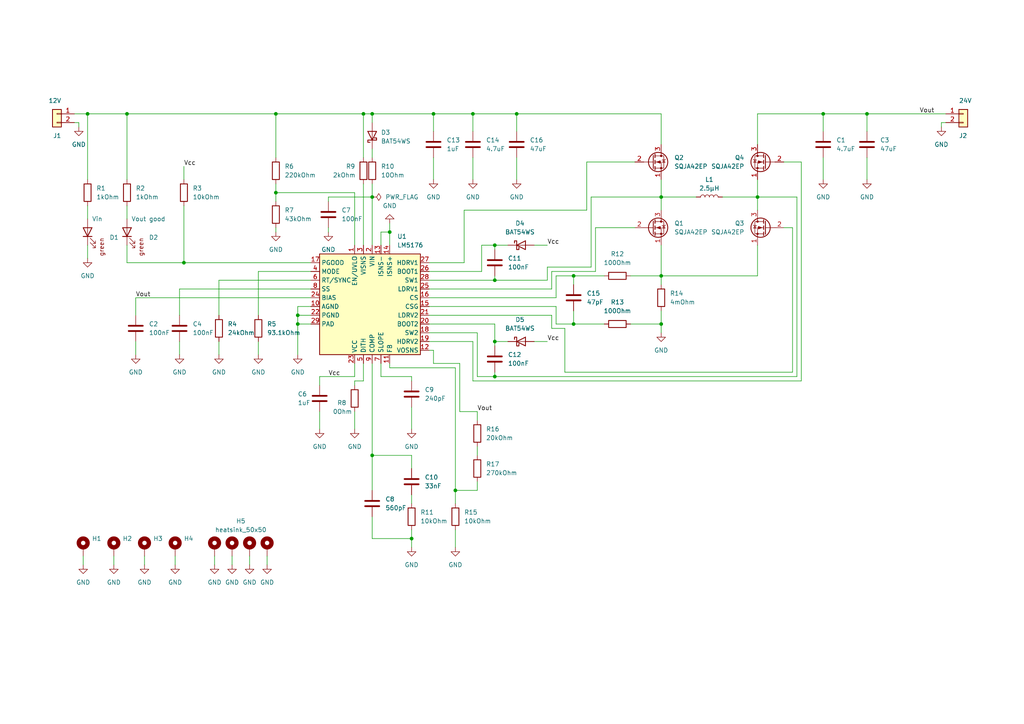
<source format=kicad_sch>
(kicad_sch (version 20230121) (generator eeschema)
  (paper "A4")
  (lib_symbols
    (symbol "benediktibk:BAT54WS" (pin_numbers hide) (pin_names (offset 1.016) hide)
      (property "Reference" "D" (at 0 2.54 0))
      (property "Value" "BAT54WS" (at 0 -2.54 0))
      (symbol "BAT54WS_0_1"
        (polyline (pts (xy 1.27 0) (xy -1.27 0)))
        (polyline (pts (xy 1.27 1.27) (xy 1.27 -1.27) (xy -1.27 0) (xy 1.27 1.27)) (stroke (width 0.254)))
        (polyline (pts (xy -1.905 0.635) (xy -1.905 1.27) (xy -1.27 1.27) (xy -1.27 -1.27) (xy -0.635 -1.27) (xy -0.635 -0.635)) (stroke (width 0.254)))
      )
      (symbol "BAT54WS_1_1"
        (pin passive line (at -3.81 0 0) (length 2.54) (name "K") (number "1"))
        (pin passive line (at 3.81 0 180) (length 2.54) (name "A") (number "2"))
      )
    )
    (symbol "benediktibk:C_100nF_SMD_0603_50V" (pin_numbers hide) (pin_names (offset 0.254))
      (property "Reference" "C" (at 0.635 2.54 0))
      (property "Value" "C_100nF_SMD_0603_50V" (at 0.635 -2.54 0))
      (symbol "C_100nF_SMD_0603_50V_0_1"
        (polyline (pts (xy -2.032 -0.762) (xy 2.032 -0.762)) (stroke (width 0.508)))
        (polyline (pts (xy -2.032 0.762) (xy 2.032 0.762)) (stroke (width 0.508)))
      )
      (symbol "C_100nF_SMD_0603_50V_1_1"
        (pin passive line (at 0 3.81 270) (length 2.794) (name "~") (number "1"))
        (pin passive line (at 0 -3.81 90) (length 2.794) (name "~") (number "2"))
      )
    )
    (symbol "benediktibk:C_1uF_SMD_0603_50V_10%" (pin_numbers hide) (pin_names (offset 0.254))
      (property "Reference" "C" (at 0.635 2.54 0))
      (property "Value" "C_1uF_SMD_0603_50V_10%" (at 0.635 -2.54 0))
      (symbol "C_1uF_SMD_0603_50V_10%_0_1"
        (polyline (pts (xy -2.032 -0.762) (xy 2.032 -0.762)) (stroke (width 0.508)))
        (polyline (pts (xy -2.032 0.762) (xy 2.032 0.762)) (stroke (width 0.508)))
      )
      (symbol "C_1uF_SMD_0603_50V_10%_1_1"
        (pin passive line (at 0 3.81 270) (length 2.794) (name "~") (number "1"))
        (pin passive line (at 0 -3.81 90) (length 2.794) (name "~") (number "2"))
      )
    )
    (symbol "benediktibk:C_240pF_SMD_0805_250V_10%" (pin_numbers hide) (pin_names (offset 0.254))
      (property "Reference" "C" (at 0.635 2.54 0))
      (property "Value" "C_240pF_SMD_0805_250V_10%" (at 0.635 -2.54 0))
      (symbol "C_240pF_SMD_0805_250V_10%_0_1"
        (polyline (pts (xy -2.032 -0.762) (xy 2.032 -0.762)) (stroke (width 0.508)))
        (polyline (pts (xy -2.032 0.762) (xy 2.032 0.762)) (stroke (width 0.508)))
      )
      (symbol "C_240pF_SMD_0805_250V_10%_1_1"
        (pin passive line (at 0 3.81 270) (length 2.794) (name "~") (number "1"))
        (pin passive line (at 0 -3.81 90) (length 2.794) (name "~") (number "2"))
      )
    )
    (symbol "benediktibk:C_33nF_SMD_0603_50V_10%" (pin_numbers hide) (pin_names (offset 0.254))
      (property "Reference" "C" (at 0.635 2.54 0))
      (property "Value" "C_33nF_SMD_0603_50V_10%" (at 0.635 -2.54 0))
      (symbol "C_33nF_SMD_0603_50V_10%_0_1"
        (polyline (pts (xy -2.032 -0.762) (xy 2.032 -0.762)) (stroke (width 0.508)))
        (polyline (pts (xy -2.032 0.762) (xy 2.032 0.762)) (stroke (width 0.508)))
      )
      (symbol "C_33nF_SMD_0603_50V_10%_1_1"
        (pin passive line (at 0 3.81 270) (length 2.794) (name "~") (number "1"))
        (pin passive line (at 0 -3.81 90) (length 2.794) (name "~") (number "2"))
      )
    )
    (symbol "benediktibk:C_47pF_SMD_0603_100V_5%" (pin_numbers hide) (pin_names (offset 0.254))
      (property "Reference" "C" (at 0.635 2.54 0))
      (property "Value" "C_47pF_SMD_0603_100V_5%" (at 0.635 -2.54 0))
      (symbol "C_47pF_SMD_0603_100V_5%_0_1"
        (polyline (pts (xy -2.032 -0.762) (xy 2.032 -0.762)) (stroke (width 0.508)))
        (polyline (pts (xy -2.032 0.762) (xy 2.032 0.762)) (stroke (width 0.508)))
      )
      (symbol "C_47pF_SMD_0603_100V_5%_1_1"
        (pin passive line (at 0 3.81 270) (length 2.794) (name "~") (number "1"))
        (pin passive line (at 0 -3.81 90) (length 2.794) (name "~") (number "2"))
      )
    )
    (symbol "benediktibk:C_47uF_SMD_1206_25V_20%" (pin_numbers hide) (pin_names (offset 0.254))
      (property "Reference" "C" (at 0.635 2.54 0))
      (property "Value" "C_47uF_SMD_1206_25V_20%" (at 0.635 -2.54 0))
      (symbol "C_47uF_SMD_1206_25V_20%_0_1"
        (polyline (pts (xy -2.032 -0.762) (xy 2.032 -0.762)) (stroke (width 0.508)))
        (polyline (pts (xy -2.032 0.762) (xy 2.032 0.762)) (stroke (width 0.508)))
      )
      (symbol "C_47uF_SMD_1206_25V_20%_1_1"
        (pin passive line (at 0 3.81 270) (length 2.794) (name "~") (number "1"))
        (pin passive line (at 0 -3.81 90) (length 2.794) (name "~") (number "2"))
      )
    )
    (symbol "benediktibk:C_4_7uF_SMD_0805_50V_10%" (pin_numbers hide) (pin_names (offset 0.254))
      (property "Reference" "C" (at 0.635 2.54 0))
      (property "Value" "C_4_7uF_SMD_0805_50V_10%" (at 0.635 -2.54 0))
      (symbol "C_4_7uF_SMD_0805_50V_10%_0_1"
        (polyline (pts (xy -2.032 -0.762) (xy 2.032 -0.762)) (stroke (width 0.508)))
        (polyline (pts (xy -2.032 0.762) (xy 2.032 0.762)) (stroke (width 0.508)))
      )
      (symbol "C_4_7uF_SMD_0805_50V_10%_1_1"
        (pin passive line (at 0 3.81 270) (length 2.794) (name "~") (number "1"))
        (pin passive line (at 0 -3.81 90) (length 2.794) (name "~") (number "2"))
      )
    )
    (symbol "benediktibk:C_560pF_SMD_0603_50V_5%" (pin_numbers hide) (pin_names (offset 0.254))
      (property "Reference" "C" (at 0.635 2.54 0))
      (property "Value" "C_560pF_SMD_0603_50V_5%" (at 0.635 -2.54 0))
      (symbol "C_560pF_SMD_0603_50V_5%_0_1"
        (polyline (pts (xy -2.032 -0.762) (xy 2.032 -0.762)) (stroke (width 0.508)))
        (polyline (pts (xy -2.032 0.762) (xy 2.032 0.762)) (stroke (width 0.508)))
      )
      (symbol "C_560pF_SMD_0603_50V_5%_1_1"
        (pin passive line (at 0 3.81 270) (length 2.794) (name "~") (number "1"))
        (pin passive line (at 0 -3.81 90) (length 2.794) (name "~") (number "2"))
      )
    )
    (symbol "benediktibk:LED_green_0603" (pin_numbers hide) (pin_names (offset 1.016) hide)
      (property "Reference" "D" (at 0 2.54 0))
      (property "Value" "LED_green_0603" (at 0 -2.54 0))
      (symbol "LED_green_0603_0_0"
        (text "green" (at -4.318 -4.064 0) (effects (font (size 1.27 1.27))))
      )
      (symbol "LED_green_0603_0_1"
        (polyline (pts (xy -1.27 -1.27) (xy -1.27 1.27)) (stroke (width 0.254)))
        (polyline (pts (xy -1.27 0) (xy 1.27 0)))
        (polyline (pts (xy 1.27 -1.27) (xy 1.27 1.27) (xy -1.27 0) (xy 1.27 -1.27)) (stroke (width 0.254)))
        (polyline (pts (xy -3.048 -0.762) (xy -4.572 -2.286) (xy -3.81 -2.286) (xy -4.572 -2.286) (xy -4.572 -1.524)))
        (polyline (pts (xy -1.778 -0.762) (xy -3.302 -2.286) (xy -2.54 -2.286) (xy -3.302 -2.286) (xy -3.302 -1.524)))
      )
      (symbol "LED_green_0603_1_1"
        (pin passive line (at -3.81 0 0) (length 2.54) (name "K") (number "1"))
        (pin passive line (at 3.81 0 180) (length 2.54) (name "A") (number "2"))
      )
    )
    (symbol "benediktibk:LM5176"
      (property "Reference" "U" (at -8.89 13.97 0))
      (property "Value" "LM5176" (at 1.27 -2.54 0))
      (symbol "LM5176_0_1"
        (rectangle (start -10.16 12.7) (end 19.05 -16.51) (stroke (width 0.254)) (fill (type background)))
      )
      (symbol "LM5176_1_1"
        (pin input line (at 0 15.24 270) (length 2.54) (name "EN/UVLO") (number "1"))
        (pin power_in line (at -12.7 -2.54 0) (length 2.54) (name "AGND") (number "10"))
        (pin input line (at 10.16 -19.05 90) (length 2.54) (name "FB") (number "11"))
        (pin input line (at 21.59 -15.24 180) (length 2.54) (name "VOSNS") (number "12"))
        (pin input line (at 7.62 15.24 270) (length 2.54) (name "ISNS-") (number "13"))
        (pin input line (at 10.16 15.24 270) (length 2.54) (name "ISNS+") (number "14"))
        (pin input line (at 21.59 -2.54 180) (length 2.54) (name "CSG") (number "15"))
        (pin input line (at 21.59 0 180) (length 2.54) (name "CS") (number "16"))
        (pin open_collector line (at -12.7 10.16 0) (length 2.54) (name "PGOOD") (number "17"))
        (pin input line (at 21.59 -10.16 180) (length 2.54) (name "SW2") (number "18"))
        (pin output line (at 21.59 -12.7 180) (length 2.54) (name "HDRV2") (number "19"))
        (pin power_in line (at 5.08 15.24 270) (length 2.54) (name "VIN") (number "2"))
        (pin input line (at 21.59 -7.62 180) (length 2.54) (name "BOOT2") (number "20"))
        (pin output line (at 21.59 -5.08 180) (length 2.54) (name "LDRV2") (number "21"))
        (pin power_out line (at -12.7 -5.08 0) (length 2.54) (name "PGND") (number "22"))
        (pin power_out line (at 0 -19.05 90) (length 2.54) (name "VCC") (number "23"))
        (pin input line (at -12.7 0 0) (length 2.54) (name "BIAS") (number "24"))
        (pin output line (at 21.59 2.54 180) (length 2.54) (name "LDRV1") (number "25"))
        (pin input line (at 21.59 7.62 180) (length 2.54) (name "BOOT1") (number "26"))
        (pin output line (at 21.59 10.16 180) (length 2.54) (name "HDRV1") (number "27"))
        (pin input line (at 21.59 5.08 180) (length 2.54) (name "SW1") (number "28"))
        (pin power_in line (at -12.7 -7.62 0) (length 2.54) (name "PAD") (number "29"))
        (pin input line (at 2.54 15.24 270) (length 2.54) (name "VISNS") (number "3"))
        (pin input line (at -12.7 7.62 0) (length 2.54) (name "MODE") (number "4"))
        (pin input line (at 2.54 -19.05 90) (length 2.54) (name "DITH") (number "5"))
        (pin input line (at -12.7 5.08 0) (length 2.54) (name "RT/SYNC") (number "6"))
        (pin input line (at 7.62 -19.05 90) (length 2.54) (name "SLOPE") (number "7"))
        (pin input line (at -12.7 2.54 0) (length 2.54) (name "SS") (number "8"))
        (pin output line (at 5.08 -19.05 90) (length 2.54) (name "COMP") (number "9"))
      )
    )
    (symbol "benediktibk:L_2_5µH_30A" (pin_numbers hide) (pin_names (offset 1.016) hide)
      (property "Reference" "L" (at -1.27 0 90))
      (property "Value" "L_2_5µH_30A" (at 1.905 0 90))
      (symbol "L_2_5µH_30A_0_1"
        (arc (start 0 -2.54) (mid 0.6323 -1.905) (end 0 -1.27))
        (arc (start 0 -1.27) (mid 0.6323 -0.635) (end 0 0))
        (arc (start 0 0) (mid 0.6323 0.635) (end 0 1.27))
        (arc (start 0 1.27) (mid 0.6323 1.905) (end 0 2.54))
      )
      (symbol "L_2_5µH_30A_1_1"
        (pin passive line (at 0 3.81 270) (length 1.27) (name "1") (number "1"))
        (pin passive line (at 0 -3.81 90) (length 1.27) (name "2") (number "2"))
      )
    )
    (symbol "benediktibk:MountingHole_Pad_M6" (pin_numbers hide) (pin_names (offset 1.016) hide)
      (property "Reference" "H" (at 0 6.35 0))
      (property "Value" "MountingHole_Pad_M6" (at 0 4.445 0))
      (symbol "MountingHole_Pad_M6_0_1"
        (circle (center 0 1.27) (radius 1.27) (stroke (width 1.27)))
      )
      (symbol "MountingHole_Pad_M6_1_1"
        (pin input line (at 0 -2.54 90) (length 2.54) (name "1") (number "1"))
      )
    )
    (symbol "benediktibk:R_0Ohm_SMD_0603_100mW_0%" (pin_numbers hide) (pin_names (offset 0))
      (property "Reference" "R" (at 2.032 0 90))
      (property "Value" "R_0Ohm_SMD_0603_100mW_0%" (at -5.588 -1.016 90))
      (symbol "R_0Ohm_SMD_0603_100mW_0%_0_1"
        (rectangle (start -1.016 -2.54) (end 1.016 2.54) (stroke (width 0.254)))
      )
      (symbol "R_0Ohm_SMD_0603_100mW_0%_1_1"
        (pin passive line (at 0 3.81 270) (length 1.27) (name "~") (number "1"))
        (pin passive line (at 0 -3.81 90) (length 1.27) (name "~") (number "2"))
      )
    )
    (symbol "benediktibk:R_100Ohm_SMD_0603_100mW_1%" (pin_numbers hide) (pin_names (offset 0))
      (property "Reference" "R" (at 2.032 0 90))
      (property "Value" "R_100Ohm_SMD_0603_100mW_1%" (at -5.588 -1.016 90))
      (symbol "R_100Ohm_SMD_0603_100mW_1%_0_1"
        (rectangle (start -1.016 -2.54) (end 1.016 2.54) (stroke (width 0.254)))
      )
      (symbol "R_100Ohm_SMD_0603_100mW_1%_1_1"
        (pin passive line (at 0 3.81 270) (length 1.27) (name "~") (number "1"))
        (pin passive line (at 0 -3.81 90) (length 1.27) (name "~") (number "2"))
      )
    )
    (symbol "benediktibk:R_10Ohm_SMD_0603_100mW_1%" (pin_numbers hide) (pin_names (offset 0))
      (property "Reference" "R" (at 2.032 0 90))
      (property "Value" "R_10Ohm_SMD_0603_100mW_1%" (at -5.588 -1.016 90))
      (symbol "R_10Ohm_SMD_0603_100mW_1%_0_1"
        (rectangle (start -1.016 -2.54) (end 1.016 2.54) (stroke (width 0.254)))
      )
      (symbol "R_10Ohm_SMD_0603_100mW_1%_1_1"
        (pin passive line (at 0 3.81 270) (length 1.27) (name "~") (number "1"))
        (pin passive line (at 0 -3.81 90) (length 1.27) (name "~") (number "2"))
      )
    )
    (symbol "benediktibk:R_10kOhm_SMD_0603_100mW_1%" (pin_numbers hide) (pin_names (offset 0))
      (property "Reference" "R" (at 2.032 0 90))
      (property "Value" "R_10kOhm_SMD_0603_100mW_1%" (at -5.588 -1.016 90))
      (symbol "R_10kOhm_SMD_0603_100mW_1%_0_1"
        (rectangle (start -1.016 -2.54) (end 1.016 2.54) (stroke (width 0.254)))
      )
      (symbol "R_10kOhm_SMD_0603_100mW_1%_1_1"
        (pin passive line (at 0 3.81 270) (length 1.27) (name "~") (number "1"))
        (pin passive line (at 0 -3.81 90) (length 1.27) (name "~") (number "2"))
      )
    )
    (symbol "benediktibk:R_1kOhm_SMD_0603_100mW_1%" (pin_numbers hide) (pin_names (offset 0))
      (property "Reference" "R" (at 2.032 0 90))
      (property "Value" "R_1kOhm_SMD_0603_100mW_1%" (at -5.588 -1.016 90))
      (symbol "R_1kOhm_SMD_0603_100mW_1%_0_1"
        (rectangle (start -1.016 -2.54) (end 1.016 2.54) (stroke (width 0.254)))
      )
      (symbol "R_1kOhm_SMD_0603_100mW_1%_1_1"
        (pin passive line (at 0 3.81 270) (length 1.27) (name "~") (number "1"))
        (pin passive line (at 0 -3.81 90) (length 1.27) (name "~") (number "2"))
      )
    )
    (symbol "benediktibk:R_20kOhm_SMD_0603_100mW_1%" (pin_numbers hide) (pin_names (offset 0))
      (property "Reference" "R" (at 2.032 0 90))
      (property "Value" "R_20kOhm_SMD_0603_100mW_1%" (at -5.588 -1.016 90))
      (symbol "R_20kOhm_SMD_0603_100mW_1%_0_1"
        (rectangle (start -1.016 -2.54) (end 1.016 2.54) (stroke (width 0.254)))
      )
      (symbol "R_20kOhm_SMD_0603_100mW_1%_1_1"
        (pin passive line (at 0 3.81 270) (length 1.27) (name "~") (number "1"))
        (pin passive line (at 0 -3.81 90) (length 1.27) (name "~") (number "2"))
      )
    )
    (symbol "benediktibk:R_220kOhm_SMD_0603_100mW_1%" (pin_numbers hide) (pin_names (offset 0))
      (property "Reference" "R" (at 2.032 0 90))
      (property "Value" "R_220kOhm_SMD_0603_100mW_1%" (at -5.588 -1.016 90))
      (symbol "R_220kOhm_SMD_0603_100mW_1%_0_1"
        (rectangle (start -1.016 -2.54) (end 1.016 2.54) (stroke (width 0.254)))
      )
      (symbol "R_220kOhm_SMD_0603_100mW_1%_1_1"
        (pin passive line (at 0 3.81 270) (length 1.27) (name "~") (number "1"))
        (pin passive line (at 0 -3.81 90) (length 1.27) (name "~") (number "2"))
      )
    )
    (symbol "benediktibk:R_24kOhm_SMD_0603_100mW_1%" (pin_numbers hide) (pin_names (offset 0))
      (property "Reference" "R" (at 2.032 0 90))
      (property "Value" "R_24kOhm_SMD_0603_100mW_1%" (at -5.588 -1.016 90))
      (symbol "R_24kOhm_SMD_0603_100mW_1%_0_1"
        (rectangle (start -1.016 -2.54) (end 1.016 2.54) (stroke (width 0.254)))
      )
      (symbol "R_24kOhm_SMD_0603_100mW_1%_1_1"
        (pin passive line (at 0 3.81 270) (length 1.27) (name "~") (number "1"))
        (pin passive line (at 0 -3.81 90) (length 1.27) (name "~") (number "2"))
      )
    )
    (symbol "benediktibk:R_270kOhm_SMD_0603_100mW_1%" (pin_numbers hide) (pin_names (offset 0))
      (property "Reference" "R" (at 2.032 0 90))
      (property "Value" "R_270kOhm_SMD_0603_100mW_1%" (at -5.588 -1.016 90))
      (symbol "R_270kOhm_SMD_0603_100mW_1%_0_1"
        (rectangle (start -1.016 -2.54) (end 1.016 2.54) (stroke (width 0.254)))
      )
      (symbol "R_270kOhm_SMD_0603_100mW_1%_1_1"
        (pin passive line (at 0 3.81 270) (length 1.27) (name "~") (number "1"))
        (pin passive line (at 0 -3.81 90) (length 1.27) (name "~") (number "2"))
      )
    )
    (symbol "benediktibk:R_2kOhm_SMD_0603_100mW_1%" (pin_numbers hide) (pin_names (offset 0))
      (property "Reference" "R" (at 2.032 0 90))
      (property "Value" "R_2kOhm_SMD_0603_100mW_1%" (at -5.588 -1.016 90))
      (symbol "R_2kOhm_SMD_0603_100mW_1%_0_1"
        (rectangle (start -1.016 -2.54) (end 1.016 2.54) (stroke (width 0.254)))
      )
      (symbol "R_2kOhm_SMD_0603_100mW_1%_1_1"
        (pin passive line (at 0 3.81 270) (length 1.27) (name "~") (number "1"))
        (pin passive line (at 0 -3.81 90) (length 1.27) (name "~") (number "2"))
      )
    )
    (symbol "benediktibk:R_43kOhm_SMD_0603_100mW_1%" (pin_numbers hide) (pin_names (offset 0))
      (property "Reference" "R" (at 2.032 0 90))
      (property "Value" "R_43kOhm_SMD_0603_100mW_1%" (at -5.588 -1.016 90))
      (symbol "R_43kOhm_SMD_0603_100mW_1%_0_1"
        (rectangle (start -1.016 -2.54) (end 1.016 2.54) (stroke (width 0.254)))
      )
      (symbol "R_43kOhm_SMD_0603_100mW_1%_1_1"
        (pin passive line (at 0 3.81 270) (length 1.27) (name "~") (number "1"))
        (pin passive line (at 0 -3.81 90) (length 1.27) (name "~") (number "2"))
      )
    )
    (symbol "benediktibk:R_4mOhm_SMD_2512_2W_1%" (pin_numbers hide) (pin_names (offset 0))
      (property "Reference" "R" (at 2.032 0 90))
      (property "Value" "R_4mOhm_SMD_2512_2W_1%" (at -5.588 -1.016 90))
      (symbol "R_4mOhm_SMD_2512_2W_1%_0_1"
        (rectangle (start -1.016 -2.54) (end 1.016 2.54) (stroke (width 0.254)))
      )
      (symbol "R_4mOhm_SMD_2512_2W_1%_1_1"
        (pin passive line (at 0 3.81 270) (length 1.27) (name "~") (number "1"))
        (pin passive line (at 0 -3.81 90) (length 1.27) (name "~") (number "2"))
      )
    )
    (symbol "benediktibk:R_93_1kOhm_SMD_0603_100mW_0_1%" (pin_numbers hide) (pin_names (offset 0))
      (property "Reference" "R" (at 2.032 0 90))
      (property "Value" "R_93_1kOhm_SMD_0603_100mW_0_1%" (at -5.588 -1.016 90))
      (symbol "R_93_1kOhm_SMD_0603_100mW_0_1%_0_1"
        (rectangle (start -1.016 -2.54) (end 1.016 2.54) (stroke (width 0.254)))
      )
      (symbol "R_93_1kOhm_SMD_0603_100mW_0_1%_1_1"
        (pin passive line (at 0 3.81 270) (length 1.27) (name "~") (number "1"))
        (pin passive line (at 0 -3.81 90) (length 1.27) (name "~") (number "2"))
      )
    )
    (symbol "benediktibk:SQJA42EP" (pin_names (offset 0) hide)
      (property "Reference" "Q" (at 5.08 1.27 0))
      (property "Value" "SQJA42EP" (at 5.08 -1.27 0))
      (symbol "SQJA42EP_0_1"
        (polyline (pts (xy 0.254 0) (xy -2.54 0)))
        (polyline (pts (xy 0.254 1.905) (xy 0.254 -1.905)) (stroke (width 0.254)))
        (polyline (pts (xy 0.762 -1.27) (xy 0.762 -2.286)) (stroke (width 0.254)))
        (polyline (pts (xy 0.762 0.508) (xy 0.762 -0.508)) (stroke (width 0.254)))
        (polyline (pts (xy 0.762 2.286) (xy 0.762 1.27)) (stroke (width 0.254)))
        (polyline (pts (xy 2.54 2.54) (xy 2.54 1.778)))
        (polyline (pts (xy 2.54 -2.54) (xy 2.54 0) (xy 0.762 0)))
        (polyline (pts (xy 0.762 1.778) (xy 3.302 1.778) (xy 3.302 -1.778) (xy 0.762 -1.778)))
        (polyline (pts (xy 1.27 0) (xy 2.286 0.381) (xy 2.286 -0.381) (xy 1.27 0)) (fill (type outline)))
        (polyline (pts (xy 2.794 0.508) (xy 2.921 0.635) (xy 3.683 0.635) (xy 3.81 0.762)))
        (polyline (pts (xy 3.302 0.508) (xy 2.921 -0.127) (xy 3.683 -0.127) (xy 3.302 0.508)))
        (circle (center 1.651 0) (radius 2.794) (stroke (width 0.254)))
        (circle (center 2.54 -1.778) (radius 0.254) (fill (type outline)))
        (circle (center 2.54 1.778) (radius 0.254) (fill (type outline)))
      )
      (symbol "SQJA42EP_1_1"
        (pin passive line (at 2.54 -5.08 90) (length 2.54) (name "S") (number "1"))
        (pin input line (at -5.08 0 0) (length 2.54) (name "G") (number "2"))
        (pin passive line (at 2.54 5.08 270) (length 2.54) (name "D") (number "3"))
      )
    )
    (symbol "benediktibk:heatsink_50x50" (pin_numbers hide) (pin_names (offset 1.016) hide)
      (property "Reference" "H" (at 0 6.35 0))
      (property "Value" "heatsink_50x50" (at 0 4.445 0))
      (symbol "heatsink_50x50_0_1"
        (circle (center -7.62 1.27) (radius 1.27) (stroke (width 1.27)))
        (circle (center -2.54 1.27) (radius 1.27) (stroke (width 1.27)))
        (circle (center 2.54 1.27) (radius 1.27) (stroke (width 1.27)))
        (circle (center 7.62 1.27) (radius 1.27) (stroke (width 1.27)))
      )
      (symbol "heatsink_50x50_1_1"
        (pin input line (at -7.62 -2.54 90) (length 2.54) (name "GND") (number "1"))
        (pin input line (at -2.54 -2.54 90) (length 2.54) (name "GND") (number "2"))
        (pin input line (at 2.54 -2.54 90) (length 2.54) (name "GND") (number "3"))
        (pin input line (at 7.62 -2.54 90) (length 2.54) (name "GND") (number "4"))
      )
    )
    (symbol "benediktibk:rspro_header_2pin_5_08mm" (pin_names (offset 1.016) hide)
      (property "Reference" "J" (at 0 2.54 0))
      (property "Value" "Conn_01x02" (at 0 -5.08 0))
      (symbol "rspro_header_2pin_5_08mm_1_1"
        (rectangle (start 0 -3.683) (end 1.27 -3.937) (stroke (width 0.1524)))
        (rectangle (start 0 -1.143) (end 1.27 -1.397) (stroke (width 0.1524)))
        (rectangle (start 0 0) (end 2.54 -5.08) (stroke (width 0.254)) (fill (type background)))
        (pin passive line (at -3.81 -1.27 0) (length 3.81) (name "Pin_1") (number "1"))
        (pin passive line (at -3.81 -3.81 0) (length 3.81) (name "Pin_2") (number "2"))
      )
    )
    (symbol "power:GND" (power) (pin_names (offset 0))
      (property "Value" "GND" (at 0 -3.81 0))
      (symbol "GND_0_1"
        (polyline (pts (xy 0 0) (xy 0 -1.27) (xy 1.27 -1.27) (xy 0 -2.54) (xy -1.27 -1.27) (xy 0 -1.27)))
      )
      (symbol "GND_1_1"
        (pin power_in line (at 0 0 270) (length 0) hide (name "GND") (number "1"))
      )
    )
    (symbol "power:PWR_FLAG" (power) (pin_numbers hide) (pin_names (offset 0) hide)
      (property "Value" "PWR_FLAG" (at 0 3.81 0))
      (symbol "PWR_FLAG_0_0"
        (pin power_out line (at 0 0 90) (length 0) (name "pwr") (number "1"))
      )
      (symbol "PWR_FLAG_0_1"
        (polyline (pts (xy 0 0) (xy 0 1.27) (xy -1.016 1.905) (xy 0 2.54) (xy 1.016 1.905) (xy 0 1.27)))
      )
    )
  )
  (junction (at 132.08 142.24))
  (junction (at 86.36 91.44))
  (junction (at 166.37 93.98))
  (junction (at 86.36 93.98))
  (junction (at 119.38 156.21))
  (junction (at 105.41 33.02))
  (junction (at 36.83 33.02))
  (junction (at 166.37 80.01))
  (junction (at 149.86 33.02))
  (junction (at 107.95 33.02))
  (junction (at 125.73 33.02))
  (junction (at 80.01 55.88))
  (junction (at 107.95 57.15))
  (junction (at 219.71 57.15))
  (junction (at 191.77 93.98))
  (junction (at 238.76 33.02))
  (junction (at 143.51 109.22))
  (junction (at 191.77 57.15))
  (junction (at 137.16 33.02))
  (junction (at 143.51 71.12))
  (junction (at 251.46 33.02))
  (junction (at 143.51 99.06))
  (junction (at 25.4 33.02))
  (junction (at 143.51 81.28))
  (junction (at 113.03 67.31))
  (junction (at 191.77 80.01))
  (junction (at 107.95 132.08))
  (junction (at 80.01 33.02))
  (junction (at 53.34 76.2))
  (wire (pts (xy 182.88 93.98) (xy 191.77 93.98)))
  (wire (pts (xy 119.38 153.67) (xy 119.38 156.21)))
  (wire (pts (xy 39.37 86.36) (xy 90.17 86.36)))
  (wire (pts (xy 132.08 142.24) (xy 138.43 142.24)))
  (wire (pts (xy 158.75 81.28) (xy 158.75 77.47)))
  (wire (pts (xy 119.38 109.22) (xy 110.49 109.22)))
  (wire (pts (xy 86.36 91.44) (xy 90.17 91.44)))
  (wire (pts (xy 143.51 99.06) (xy 143.51 93.98)))
  (wire (pts (xy 219.71 41.91) (xy 219.71 33.02)))
  (wire (pts (xy 143.51 80.01) (xy 143.51 81.28)))
  (wire (pts (xy 182.88 80.01) (xy 191.77 80.01)))
  (wire (pts (xy 113.03 67.31) (xy 113.03 71.12)))
  (wire (pts (xy 113.03 105.41) (xy 113.03 106.68)))
  (wire (pts (xy 125.73 105.41) (xy 125.73 101.6)))
  (wire (pts (xy 231.14 109.22) (xy 231.14 57.15)))
  (wire (pts (xy 154.94 99.06) (xy 158.75 99.06)))
  (wire (pts (xy 77.47 161.29) (xy 77.47 163.83)))
  (wire (pts (xy 124.46 76.2) (xy 134.62 76.2)))
  (wire (pts (xy 36.83 76.2) (xy 36.83 71.12)))
  (wire (pts (xy 72.39 161.29) (xy 72.39 163.83)))
  (wire (pts (xy 107.95 53.34) (xy 107.95 57.15)))
  (wire (pts (xy 39.37 86.36) (xy 39.37 91.44)))
  (wire (pts (xy 102.87 105.41) (xy 102.87 109.22)))
  (wire (pts (xy 209.55 57.15) (xy 219.71 57.15)))
  (wire (pts (xy 113.03 106.68) (xy 132.08 106.68)))
  (wire (pts (xy 191.77 57.15) (xy 201.93 57.15)))
  (wire (pts (xy 227.33 46.99) (xy 232.41 46.99)))
  (wire (pts (xy 219.71 33.02) (xy 238.76 33.02)))
  (wire (pts (xy 33.02 161.29) (xy 33.02 163.83)))
  (wire (pts (xy 36.83 59.69) (xy 36.83 63.5)))
  (wire (pts (xy 143.51 93.98) (xy 124.46 93.98)))
  (wire (pts (xy 107.95 33.02) (xy 125.73 33.02)))
  (wire (pts (xy 137.16 99.06) (xy 124.46 99.06)))
  (wire (pts (xy 52.07 83.82) (xy 90.17 83.82)))
  (wire (pts (xy 41.91 161.29) (xy 41.91 163.83)))
  (wire (pts (xy 143.51 109.22) (xy 138.43 109.22)))
  (wire (pts (xy 107.95 132.08) (xy 107.95 142.24)))
  (wire (pts (xy 138.43 119.38) (xy 133.35 119.38)))
  (wire (pts (xy 125.73 101.6) (xy 124.46 101.6)))
  (wire (pts (xy 138.43 96.52) (xy 124.46 96.52)))
  (wire (pts (xy 90.17 76.2) (xy 53.34 76.2)))
  (wire (pts (xy 113.03 64.77) (xy 113.03 67.31)))
  (wire (pts (xy 113.03 67.31) (xy 110.49 67.31)))
  (wire (pts (xy 175.26 80.01) (xy 166.37 80.01)))
  (wire (pts (xy 231.14 57.15) (xy 219.71 57.15)))
  (wire (pts (xy 105.41 53.34) (xy 105.41 71.12)))
  (wire (pts (xy 219.71 52.07) (xy 219.71 57.15)))
  (wire (pts (xy 134.62 76.2) (xy 134.62 60.96)))
  (wire (pts (xy 163.83 95.25) (xy 163.83 107.95)))
  (wire (pts (xy 132.08 142.24) (xy 132.08 146.05)))
  (wire (pts (xy 67.31 161.29) (xy 67.31 163.83)))
  (wire (pts (xy 25.4 33.02) (xy 25.4 52.07)))
  (wire (pts (xy 86.36 93.98) (xy 90.17 93.98)))
  (wire (pts (xy 229.87 107.95) (xy 229.87 66.04)))
  (wire (pts (xy 107.95 156.21) (xy 119.38 156.21)))
  (wire (pts (xy 138.43 121.92) (xy 138.43 119.38)))
  (wire (pts (xy 191.77 71.12) (xy 191.77 80.01)))
  (wire (pts (xy 161.29 93.98) (xy 166.37 93.98)))
  (wire (pts (xy 143.51 81.28) (xy 158.75 81.28)))
  (wire (pts (xy 160.02 91.44) (xy 160.02 95.25)))
  (wire (pts (xy 125.73 33.02) (xy 125.73 38.1)))
  (wire (pts (xy 149.86 45.72) (xy 149.86 52.07)))
  (wire (pts (xy 25.4 59.69) (xy 25.4 63.5)))
  (wire (pts (xy 62.23 161.29) (xy 62.23 163.83)))
  (wire (pts (xy 53.34 76.2) (xy 36.83 76.2)))
  (wire (pts (xy 107.95 105.41) (xy 107.95 132.08)))
  (wire (pts (xy 238.76 33.02) (xy 238.76 38.1)))
  (wire (pts (xy 137.16 33.02) (xy 137.16 38.1)))
  (wire (pts (xy 95.25 58.42) (xy 95.25 57.15)))
  (wire (pts (xy 119.38 109.22) (xy 119.38 110.49)))
  (wire (pts (xy 251.46 33.02) (xy 251.46 38.1)))
  (wire (pts (xy 138.43 96.52) (xy 138.43 109.22)))
  (wire (pts (xy 133.35 105.41) (xy 125.73 105.41)))
  (wire (pts (xy 132.08 106.68) (xy 132.08 142.24)))
  (wire (pts (xy 139.7 71.12) (xy 143.51 71.12)))
  (wire (pts (xy 134.62 60.96) (xy 170.18 60.96)))
  (wire (pts (xy 137.16 33.02) (xy 149.86 33.02)))
  (wire (pts (xy 125.73 33.02) (xy 137.16 33.02)))
  (wire (pts (xy 172.72 66.04) (xy 184.15 66.04)))
  (wire (pts (xy 154.94 71.12) (xy 158.75 71.12)))
  (wire (pts (xy 95.25 57.15) (xy 107.95 57.15)))
  (wire (pts (xy 21.59 33.02) (xy 25.4 33.02)))
  (wire (pts (xy 124.46 78.74) (xy 139.7 78.74)))
  (wire (pts (xy 166.37 80.01) (xy 161.29 80.01)))
  (wire (pts (xy 80.01 66.04) (xy 80.01 67.31)))
  (wire (pts (xy 170.18 60.96) (xy 170.18 46.99)))
  (wire (pts (xy 119.38 135.89) (xy 119.38 132.08)))
  (wire (pts (xy 137.16 110.49) (xy 137.16 99.06)))
  (wire (pts (xy 139.7 78.74) (xy 139.7 71.12)))
  (wire (pts (xy 102.87 55.88) (xy 102.87 71.12)))
  (wire (pts (xy 191.77 52.07) (xy 191.77 57.15)))
  (wire (pts (xy 219.71 71.12) (xy 219.71 80.01)))
  (wire (pts (xy 143.51 107.95) (xy 143.51 109.22)))
  (wire (pts (xy 86.36 91.44) (xy 86.36 88.9)))
  (wire (pts (xy 161.29 86.36) (xy 124.46 86.36)))
  (wire (pts (xy 124.46 83.82) (xy 160.02 83.82)))
  (wire (pts (xy 80.01 53.34) (xy 80.01 55.88)))
  (wire (pts (xy 143.51 71.12) (xy 147.32 71.12)))
  (wire (pts (xy 273.05 35.56) (xy 273.05 36.83)))
  (wire (pts (xy 124.46 88.9) (xy 161.29 88.9)))
  (wire (pts (xy 107.95 43.18) (xy 107.95 45.72)))
  (wire (pts (xy 107.95 33.02) (xy 107.95 35.56)))
  (wire (pts (xy 86.36 88.9) (xy 90.17 88.9)))
  (wire (pts (xy 138.43 139.7) (xy 138.43 142.24)))
  (wire (pts (xy 149.86 33.02) (xy 149.86 38.1)))
  (wire (pts (xy 105.41 33.02) (xy 107.95 33.02)))
  (wire (pts (xy 125.73 45.72) (xy 125.73 52.07)))
  (wire (pts (xy 119.38 118.11) (xy 119.38 124.46)))
  (wire (pts (xy 105.41 33.02) (xy 105.41 45.72)))
  (wire (pts (xy 191.77 93.98) (xy 191.77 90.17)))
  (wire (pts (xy 110.49 67.31) (xy 110.49 71.12)))
  (wire (pts (xy 80.01 55.88) (xy 102.87 55.88)))
  (wire (pts (xy 63.5 91.44) (xy 63.5 81.28)))
  (wire (pts (xy 163.83 107.95) (xy 229.87 107.95)))
  (wire (pts (xy 238.76 33.02) (xy 251.46 33.02)))
  (wire (pts (xy 102.87 111.76) (xy 102.87 110.49)))
  (wire (pts (xy 161.29 88.9) (xy 161.29 93.98)))
  (wire (pts (xy 132.08 153.67) (xy 132.08 158.75)))
  (wire (pts (xy 74.93 99.06) (xy 74.93 102.87)))
  (wire (pts (xy 86.36 102.87) (xy 86.36 93.98)))
  (wire (pts (xy 52.07 99.06) (xy 52.07 102.87)))
  (wire (pts (xy 92.71 109.22) (xy 92.71 111.76)))
  (wire (pts (xy 53.34 48.26) (xy 53.34 52.07)))
  (wire (pts (xy 175.26 93.98) (xy 166.37 93.98)))
  (wire (pts (xy 105.41 105.41) (xy 105.41 110.49)))
  (wire (pts (xy 160.02 78.74) (xy 172.72 78.74)))
  (wire (pts (xy 171.45 77.47) (xy 171.45 57.15)))
  (wire (pts (xy 133.35 119.38) (xy 133.35 105.41)))
  (wire (pts (xy 124.46 91.44) (xy 160.02 91.44)))
  (wire (pts (xy 143.51 72.39) (xy 143.51 71.12)))
  (wire (pts (xy 74.93 91.44) (xy 74.93 78.74)))
  (wire (pts (xy 143.51 109.22) (xy 231.14 109.22)))
  (wire (pts (xy 160.02 83.82) (xy 160.02 78.74)))
  (wire (pts (xy 80.01 33.02) (xy 105.41 33.02)))
  (wire (pts (xy 74.93 78.74) (xy 90.17 78.74)))
  (wire (pts (xy 161.29 80.01) (xy 161.29 86.36)))
  (wire (pts (xy 251.46 45.72) (xy 251.46 52.07)))
  (wire (pts (xy 143.51 100.33) (xy 143.51 99.06)))
  (wire (pts (xy 52.07 83.82) (xy 52.07 91.44)))
  (wire (pts (xy 36.83 33.02) (xy 80.01 33.02)))
  (wire (pts (xy 124.46 81.28) (xy 143.51 81.28)))
  (wire (pts (xy 191.77 80.01) (xy 191.77 82.55)))
  (wire (pts (xy 50.8 161.29) (xy 50.8 163.83)))
  (wire (pts (xy 191.77 57.15) (xy 191.77 60.96)))
  (wire (pts (xy 39.37 99.06) (xy 39.37 102.87)))
  (wire (pts (xy 166.37 90.17) (xy 166.37 93.98)))
  (wire (pts (xy 191.77 33.02) (xy 191.77 41.91)))
  (wire (pts (xy 86.36 93.98) (xy 86.36 91.44)))
  (wire (pts (xy 95.25 66.04) (xy 95.25 67.31)))
  (wire (pts (xy 21.59 35.56) (xy 22.86 35.56)))
  (wire (pts (xy 227.33 66.04) (xy 229.87 66.04)))
  (wire (pts (xy 238.76 45.72) (xy 238.76 52.07)))
  (wire (pts (xy 172.72 78.74) (xy 172.72 66.04)))
  (wire (pts (xy 232.41 46.99) (xy 232.41 110.49)))
  (wire (pts (xy 80.01 33.02) (xy 80.01 45.72)))
  (wire (pts (xy 158.75 77.47) (xy 171.45 77.47)))
  (wire (pts (xy 143.51 99.06) (xy 147.32 99.06)))
  (wire (pts (xy 138.43 129.54) (xy 138.43 132.08)))
  (wire (pts (xy 63.5 99.06) (xy 63.5 102.87)))
  (wire (pts (xy 110.49 109.22) (xy 110.49 105.41)))
  (wire (pts (xy 25.4 71.12) (xy 25.4 74.93)))
  (wire (pts (xy 166.37 80.01) (xy 166.37 82.55)))
  (wire (pts (xy 80.01 55.88) (xy 80.01 58.42)))
  (wire (pts (xy 160.02 95.25) (xy 163.83 95.25)))
  (wire (pts (xy 22.86 35.56) (xy 22.86 36.83)))
  (wire (pts (xy 219.71 57.15) (xy 219.71 60.96)))
  (wire (pts (xy 119.38 156.21) (xy 119.38 158.75)))
  (wire (pts (xy 251.46 33.02) (xy 274.32 33.02)))
  (wire (pts (xy 191.77 33.02) (xy 149.86 33.02)))
  (wire (pts (xy 191.77 93.98) (xy 191.77 96.52)))
  (wire (pts (xy 107.95 57.15) (xy 107.95 71.12)))
  (wire (pts (xy 137.16 45.72) (xy 137.16 52.07)))
  (wire (pts (xy 232.41 110.49) (xy 137.16 110.49)))
  (wire (pts (xy 107.95 149.86) (xy 107.95 156.21)))
  (wire (pts (xy 119.38 143.51) (xy 119.38 146.05)))
  (wire (pts (xy 92.71 119.38) (xy 92.71 124.46)))
  (wire (pts (xy 53.34 59.69) (xy 53.34 76.2)))
  (wire (pts (xy 171.45 57.15) (xy 191.77 57.15)))
  (wire (pts (xy 102.87 119.38) (xy 102.87 124.46)))
  (wire (pts (xy 191.77 80.01) (xy 219.71 80.01)))
  (wire (pts (xy 25.4 33.02) (xy 36.83 33.02)))
  (wire (pts (xy 170.18 46.99) (xy 184.15 46.99)))
  (wire (pts (xy 274.32 35.56) (xy 273.05 35.56)))
  (wire (pts (xy 102.87 110.49) (xy 105.41 110.49)))
  (wire (pts (xy 36.83 52.07) (xy 36.83 33.02)))
  (wire (pts (xy 63.5 81.28) (xy 90.17 81.28)))
  (wire (pts (xy 107.95 132.08) (xy 119.38 132.08)))
  (wire (pts (xy 102.87 109.22) (xy 92.71 109.22)))
  (wire (pts (xy 24.13 161.29) (xy 24.13 163.83)))
  (label "Vcc" (at 158.75 71.12 0))
  (label "Vout" (at 39.37 86.36 0))
  (label "Vcc" (at 158.75 99.06 0))
  (label "Vout" (at 266.7 33.02 0))
  (label "Vcc" (at 95.25 109.22 0))
  (label "Vcc" (at 53.34 48.26 0))
  (label "Vout" (at 138.43 119.38 0))
  (symbol (lib_id "benediktibk:R_10kOhm_SMD_0603_100mW_1%") (at 119.38 149.86 0) (unit 1)
    (property "Reference" "R11" (at 121.92 148.59 0) (effects (justify left)))
    (property "Value" "10kOhm" (at 121.92 151.13 0) (effects (justify left)))
    (property "Footprint" "benediktibk:R_0603_1608Metric_Pad0.98x0.95mm_HandSolder" (effects hide))
    (property "RS order number" "125-1173" (effects hide))
  )
  (symbol (lib_id "power:GND") (at 95.25 67.31 0) (unit 1)
    (property "Reference" "#PWR013" (effects hide))
    (property "Value" "GND" (at 95.25 72.39 0))
  )
  (symbol (lib_id "power:GND") (at 119.38 158.75 0) (unit 1)
    (property "Reference" "#PWR017" (effects hide))
    (property "Value" "GND" (at 119.38 163.83 0))
  )
  (symbol (lib_id "power:GND") (at 119.38 124.46 0) (unit 1)
    (property "Reference" "#PWR016" (effects hide))
    (property "Value" "GND" (at 119.38 129.54 0))
  )
  (symbol (lib_id "benediktibk:BAT54WS") (at 151.13 99.06 0) (unit 1)
    (property "Reference" "D5" (at 150.8125 92.71 0))
    (property "Value" "BAT54WS" (at 150.8125 95.25 0))
    (property "Footprint" "benediktibk:D_SOD-323" (effects hide))
    (property "RS order number" "738-4844" (effects hide))
  )
  (symbol (lib_id "power:GND") (at 125.73 52.07 0) (unit 1)
    (property "Reference" "#PWR018" (effects hide))
    (property "Value" "GND" (at 125.73 57.15 0))
  )
  (symbol (lib_id "benediktibk:C_33nF_SMD_0603_50V_10%") (at 119.38 139.7 0) (unit 1)
    (property "Reference" "C10" (at 123.19 138.43 0) (effects (justify left)))
    (property "Value" "33nF" (at 123.19 140.97 0) (effects (justify left)))
    (property "Footprint" "benediktibk:C_0603_1608Metric_Pad1.08x0.95mm_HandSolder" (effects hide))
    (property "RS order number" "135-8365" (effects hide))
  )
  (symbol (lib_id "benediktibk:R_2kOhm_SMD_0603_100mW_1%") (at 105.41 49.53 0) (unit 1)
    (property "Reference" "R9" (at 100.33 48.26 0) (effects (justify left)))
    (property "Value" "2kOhm" (at 96.52 50.8 0) (effects (justify left)))
    (property "Footprint" "benediktibk:R_0603_1608Metric_Pad0.98x0.95mm_HandSolder" (effects hide))
    (property "RS order number" "901-3563" (effects hide))
  )
  (symbol (lib_id "benediktibk:L_2_5µH_30A") (at 205.74 57.15 90) (unit 1)
    (property "Reference" "L1" (at 205.74 52.07 90))
    (property "Value" "2.5µH" (at 205.74 54.61 90))
    (property "Footprint" "benediktibk:ETQP8" (effects hide))
    (property "RS order number" " 238-3683" (effects hide))
  )
  (symbol (lib_id "benediktibk:R_43kOhm_SMD_0603_100mW_1%") (at 80.01 62.23 0) (unit 1)
    (property "Reference" "R7" (at 82.55 60.96 0) (effects (justify left)))
    (property "Value" "43kOhm" (at 82.55 63.5 0) (effects (justify left)))
    (property "Footprint" "benediktibk:R_0603_1608Metric_Pad0.98x0.95mm_HandSolder" (effects hide))
    (property "RS order number" "679-0386" (effects hide))
  )
  (symbol (lib_id "power:GND") (at 52.07 102.87 0) (unit 1)
    (property "Reference" "#PWR07" (effects hide))
    (property "Value" "GND" (at 52.07 107.95 0))
  )
  (symbol (lib_id "power:GND") (at 102.87 124.46 0) (unit 1)
    (property "Reference" "#PWR014" (effects hide))
    (property "Value" "GND" (at 102.87 129.54 0))
  )
  (symbol (lib_id "benediktibk:R_100Ohm_SMD_0603_100mW_1%") (at 179.07 93.98 90) (unit 1)
    (property "Reference" "R13" (at 179.07 87.63 90))
    (property "Value" "100Ohm" (at 179.07 90.17 90))
    (property "Footprint" "benediktibk:R_0603_1608Metric_Pad0.98x0.95mm_HandSolder" (effects hide))
    (property "RS order number" "125-1172" (effects hide))
  )
  (symbol (lib_id "power:GND") (at 273.05 36.83 0) (mirror y) (unit 1)
    (property "Reference" "#PWR06" (effects hide))
    (property "Value" "GND" (at 273.05 41.91 0))
  )
  (symbol (lib_id "power:GND") (at 191.77 96.52 0) (unit 1)
    (property "Reference" "#PWR021" (effects hide))
    (property "Value" "GND" (at 191.77 101.6 0))
  )
  (symbol (lib_id "benediktibk:SQJA42EP") (at 222.25 66.04 0) (mirror y) (unit 1)
    (property "Reference" "Q3" (at 215.9 64.77 0) (effects (justify left)))
    (property "Value" "SQJA42EP" (at 215.9 67.31 0) (effects (justify left)))
    (property "Footprint" "benediktibk:SQJA42EPT1_GE3" (effects hide))
    (property "RS order number" "188-5140" (effects hide))
  )
  (symbol (lib_id "benediktibk:MountingHole_Pad_M6") (at 24.13 158.75 0) (unit 1)
    (property "Reference" "H1" (at 26.67 156.21 0) (effects (justify left)))
    (property "Value" "MountingHole_Pad_M6" (effects hide))
    (property "Footprint" "benediktibk:MountingHole_6.4mm_M6_Pad_TopBottom" (effects hide))
  )
  (symbol (lib_id "benediktibk:R_10Ohm_SMD_0603_100mW_1%") (at 107.95 49.53 0) (unit 1)
    (property "Reference" "R10" (at 110.49 48.26 0) (effects (justify left)))
    (property "Value" "10Ohm" (at 110.49 50.8 0) (effects (justify left)))
    (property "Footprint" "benediktibk:R_0603_1608Metric_Pad0.98x0.95mm_HandSolder" (effects hide))
    (property "RS order number" "901-3516" (effects hide))
  )
  (symbol (lib_id "power:GND") (at 39.37 102.87 0) (unit 1)
    (property "Reference" "#PWR02" (effects hide))
    (property "Value" "GND" (at 39.37 107.95 0))
  )
  (symbol (lib_id "power:GND") (at 77.47 163.83 0) (unit 1)
    (property "Reference" "#PWR030" (effects hide))
    (property "Value" "GND" (at 77.47 168.91 0))
  )
  (symbol (lib_id "benediktibk:R_20kOhm_SMD_0603_100mW_1%") (at 138.43 125.73 0) (unit 1)
    (property "Reference" "R16" (at 140.97 124.46 0) (effects (justify left)))
    (property "Value" "20kOhm" (at 140.97 127 0) (effects (justify left)))
    (property "Footprint" "benediktibk:R_0603_1608Metric_Pad0.98x0.95mm_HandSolder" (effects hide))
    (property "RS order number" "199-5491" (effects hide))
  )
  (symbol (lib_id "benediktibk:R_100Ohm_SMD_0603_100mW_1%") (at 179.07 80.01 90) (unit 1)
    (property "Reference" "R12" (at 179.07 73.66 90))
    (property "Value" "100Ohm" (at 179.07 76.2 90))
    (property "Footprint" "benediktibk:R_0603_1608Metric_Pad0.98x0.95mm_HandSolder" (effects hide))
    (property "RS order number" "125-1172" (effects hide))
  )
  (symbol (lib_id "benediktibk:R_10kOhm_SMD_0603_100mW_1%") (at 132.08 149.86 0) (unit 1)
    (property "Reference" "R15" (at 134.62 148.59 0) (effects (justify left)))
    (property "Value" "10kOhm" (at 134.62 151.13 0) (effects (justify left)))
    (property "Footprint" "benediktibk:R_0603_1608Metric_Pad0.98x0.95mm_HandSolder" (effects hide))
    (property "RS order number" "125-1173" (effects hide))
  )
  (symbol (lib_id "benediktibk:C_100nF_SMD_0603_50V") (at 39.37 95.25 0) (unit 1)
    (property "Reference" "C2" (at 43.18 93.98 0) (effects (justify left)))
    (property "Value" "100nF" (at 43.18 96.52 0) (effects (justify left)))
    (property "Footprint" "benediktibk:C_0603_1608Metric_Pad1.08x0.95mm_HandSolder" (effects hide))
    (property "RS order number" "242-7372" (effects hide))
  )
  (symbol (lib_id "benediktibk:LED_green_0603") (at 25.4 67.31 90) (unit 1)
    (property "Reference" "D1" (at 31.75 68.8714 90) (effects (justify right)))
    (property "Value" "Vin" (at 26.67 63.5 90) (effects (justify right)))
    (property "Footprint" "benediktibk:D_0603_1608Metric_Pad1.05x0.95mm_HandSolder" (effects hide))
    (property "RS order number" "466-3706" (effects hide))
  )
  (symbol (lib_id "benediktibk:heatsink_50x50") (at 69.85 158.75 0) (unit 1)
    (property "Reference" "H5" (at 69.85 151.13 0))
    (property "Value" "heatsink_50x50" (at 69.85 153.67 0))
    (property "Footprint" "benediktibk:heatsink_50x50" (effects hide))
  )
  (symbol (lib_id "power:GND") (at 86.36 102.87 0) (unit 1)
    (property "Reference" "#PWR011" (effects hide))
    (property "Value" "GND" (at 86.36 107.95 0))
  )
  (symbol (lib_id "benediktibk:MountingHole_Pad_M6") (at 33.02 158.75 0) (unit 1)
    (property "Reference" "H2" (at 35.56 156.21 0) (effects (justify left)))
    (property "Value" "MountingHole_Pad_M6" (effects hide))
    (property "Footprint" "benediktibk:MountingHole_6.4mm_M6_Pad_TopBottom" (effects hide))
  )
  (symbol (lib_id "power:GND") (at 72.39 163.83 0) (unit 1)
    (property "Reference" "#PWR029" (effects hide))
    (property "Value" "GND" (at 72.39 168.91 0))
  )
  (symbol (lib_id "benediktibk:R_10kOhm_SMD_0603_100mW_1%") (at 53.34 55.88 0) (unit 1)
    (property "Reference" "R3" (at 55.88 54.61 0) (effects (justify left)))
    (property "Value" "10kOhm" (at 55.88 57.15 0) (effects (justify left)))
    (property "Footprint" "benediktibk:R_0603_1608Metric_Pad0.98x0.95mm_HandSolder" (effects hide))
    (property "RS order number" "125-1173" (effects hide))
  )
  (symbol (lib_id "benediktibk:R_1kOhm_SMD_0603_100mW_1%") (at 25.4 55.88 0) (unit 1)
    (property "Reference" "R1" (at 27.94 54.61 0) (effects (justify left)))
    (property "Value" "1kOhm" (at 27.94 57.15 0) (effects (justify left)))
    (property "Footprint" "benediktibk:R_0603_1608Metric_Pad0.98x0.95mm_HandSolder" (effects hide))
    (property "RS order number" "213-2266" (effects hide))
  )
  (symbol (lib_id "benediktibk:SQJA42EP") (at 222.25 46.99 0) (mirror y) (unit 1)
    (property "Reference" "Q4" (at 215.9 45.72 0) (effects (justify left)))
    (property "Value" "SQJA42EP" (at 215.9 48.26 0) (effects (justify left)))
    (property "Footprint" "benediktibk:SQJA42EPT1_GE3" (effects hide))
    (property "RS order number" "188-5140" (effects hide))
  )
  (symbol (lib_id "power:GND") (at 251.46 52.07 0) (unit 1)
    (property "Reference" "#PWR04" (effects hide))
    (property "Value" "GND" (at 251.46 57.15 0))
  )
  (symbol (lib_id "benediktibk:C_4_7uF_SMD_0805_50V_10%") (at 137.16 41.91 0) (unit 1)
    (property "Reference" "C14" (at 140.97 40.64 0) (effects (justify left)))
    (property "Value" "4.7uF" (at 140.97 43.18 0) (effects (justify left)))
    (property "Footprint" "benediktibk:C_0805_2012Metric_Pad1.18x1.45mm_HandSolder" (effects hide))
    (property "RS order number" "113-8707" (effects hide))
  )
  (symbol (lib_id "benediktibk:MountingHole_Pad_M6") (at 41.91 158.75 0) (unit 1)
    (property "Reference" "H3" (at 44.45 156.21 0) (effects (justify left)))
    (property "Value" "MountingHole_Pad_M6" (effects hide))
    (property "Footprint" "benediktibk:MountingHole_6.4mm_M6_Pad_TopBottom" (effects hide))
  )
  (symbol (lib_id "power:GND") (at 238.76 52.07 0) (unit 1)
    (property "Reference" "#PWR03" (effects hide))
    (property "Value" "GND" (at 238.76 57.15 0))
  )
  (symbol (lib_id "benediktibk:rspro_header_2pin_5_08mm") (at 278.13 31.75 0) (unit 1)
    (property "Reference" "J2" (at 278.13 39.37 0) (effects (justify left)))
    (property "Value" "24V" (at 278.13 29.21 0) (effects (justify left)))
    (property "Footprint" "benediktibk:rspro_header_2pin_5_08mm" (effects hide))
    (property "RS order number" "144-4347" (effects hide))
  )
  (symbol (lib_id "benediktibk:C_240pF_SMD_0805_250V_10%") (at 119.38 114.3 0) (unit 1)
    (property "Reference" "C9" (at 123.19 113.03 0) (effects (justify left)))
    (property "Value" "240pF" (at 123.19 115.57 0) (effects (justify left)))
    (property "Footprint" "benediktibk:C_0805_2012Metric_Pad1.18x1.45mm_HandSolder" (effects hide))
    (property "RS order number" "788-0496" (effects hide))
  )
  (symbol (lib_id "benediktibk:C_100nF_SMD_0603_50V") (at 52.07 95.25 0) (unit 1)
    (property "Reference" "C4" (at 55.88 93.98 0) (effects (justify left)))
    (property "Value" "100nF" (at 55.88 96.52 0) (effects (justify left)))
    (property "Footprint" "benediktibk:C_0603_1608Metric_Pad1.08x0.95mm_HandSolder" (effects hide))
    (property "RS order number" "242-7372" (effects hide))
  )
  (symbol (lib_id "benediktibk:C_47uF_SMD_1206_25V_20%") (at 251.46 41.91 0) (unit 1)
    (property "Reference" "C3" (at 255.27 40.64 0) (effects (justify left)))
    (property "Value" "47uF" (at 255.27 43.18 0) (effects (justify left)))
    (property "Footprint" "benediktibk:C_1206_3216Metric_Pad1.33x1.80mm_HandSolder" (effects hide))
    (property "RS order number" "788-3060" (effects hide))
  )
  (symbol (lib_id "benediktibk:R_4mOhm_SMD_2512_2W_1%") (at 191.77 86.36 0) (unit 1)
    (property "Reference" "R14" (at 194.31 85.09 0) (effects (justify left)))
    (property "Value" "4mOhm" (at 194.31 87.63 0) (effects (justify left)))
    (property "Footprint" "benediktibk:R_2512_6332Metric_Pad1.40x3.35mm_HandSolder" (effects hide))
    (property "RS order number" "824-0304" (effects hide))
  )
  (symbol (lib_id "benediktibk:R_270kOhm_SMD_0603_100mW_1%") (at 138.43 135.89 0) (unit 1)
    (property "Reference" "R17" (at 140.97 134.62 0) (effects (justify left)))
    (property "Value" "270kOhm" (at 140.97 137.16 0) (effects (justify left)))
    (property "Footprint" "benediktibk:R_0603_1608Metric_Pad0.98x0.95mm_HandSolder" (effects hide))
    (property "RS order number" "679-0077" (effects hide))
  )
  (symbol (lib_id "benediktibk:rspro_header_2pin_5_08mm") (at 17.78 31.75 0) (mirror y) (unit 1)
    (property "Reference" "J1" (at 17.78 39.37 0) (effects (justify left)))
    (property "Value" "12V" (at 17.78 29.21 0) (effects (justify left)))
    (property "Footprint" "benediktibk:rspro_header_2pin_5_08mm" (effects hide))
    (property "RS order number" "144-4347" (effects hide))
  )
  (symbol (lib_id "power:GND") (at 80.01 67.31 0) (unit 1)
    (property "Reference" "#PWR010" (effects hide))
    (property "Value" "GND" (at 80.01 72.39 0))
  )
  (symbol (lib_id "benediktibk:C_100nF_SMD_0603_50V") (at 143.51 76.2 0) (unit 1)
    (property "Reference" "C11" (at 147.32 74.93 0) (effects (justify left)))
    (property "Value" "100nF" (at 147.32 77.47 0) (effects (justify left)))
    (property "Footprint" "benediktibk:C_0603_1608Metric_Pad1.08x0.95mm_HandSolder" (effects hide))
    (property "RS order number" "242-7372" (effects hide))
  )
  (symbol (lib_id "power:GND") (at 137.16 52.07 0) (unit 1)
    (property "Reference" "#PWR019" (effects hide))
    (property "Value" "GND" (at 137.16 57.15 0))
  )
  (symbol (lib_id "power:GND") (at 74.93 102.87 0) (unit 1)
    (property "Reference" "#PWR09" (effects hide))
    (property "Value" "GND" (at 74.93 107.95 0))
  )
  (symbol (lib_id "power:GND") (at 25.4 74.93 0) (unit 1)
    (property "Reference" "#PWR01" (effects hide))
    (property "Value" "GND" (at 25.4 80.01 0))
  )
  (symbol (lib_id "power:GND") (at 62.23 163.83 0) (unit 1)
    (property "Reference" "#PWR027" (effects hide))
    (property "Value" "GND" (at 62.23 168.91 0))
  )
  (symbol (lib_id "benediktibk:C_1uF_SMD_0603_50V_10%") (at 125.73 41.91 0) (unit 1)
    (property "Reference" "C13" (at 129.54 40.64 0) (effects (justify left)))
    (property "Value" "1uF" (at 129.54 43.18 0) (effects (justify left)))
    (property "Footprint" "benediktibk:C_0603_1608Metric_Pad1.08x0.95mm_HandSolder" (effects hide))
    (property "RS order number" "103-4112" (effects hide))
  )
  (symbol (lib_id "benediktibk:R_93_1kOhm_SMD_0603_100mW_0_1%") (at 74.93 95.25 180) (unit 1)
    (property "Reference" "R5" (at 77.47 93.98 0) (effects (justify right)))
    (property "Value" "93.1kOhm" (at 77.47 96.52 0) (effects (justify right)))
    (property "Footprint" "benediktibk:R_0603_1608Metric_Pad0.98x0.95mm_HandSolder" (effects hide))
    (property "RS order number" "708-9013" (effects hide))
  )
  (symbol (lib_id "benediktibk:SQJA42EP") (at 189.23 46.99 0) (unit 1)
    (property "Reference" "Q2" (at 195.58 45.72 0) (effects (justify left)))
    (property "Value" "SQJA42EP" (at 195.58 48.26 0) (effects (justify left)))
    (property "Footprint" "benediktibk:SQJA42EPT1_GE3" (effects hide))
    (property "RS order number" "188-5140" (effects hide))
  )
  (symbol (lib_id "benediktibk:C_1uF_SMD_0603_50V_10%") (at 92.71 115.57 0) (unit 1)
    (property "Reference" "C6" (at 86.36 114.3 0) (effects (justify left)))
    (property "Value" "1uF" (at 86.36 116.84 0) (effects (justify left)))
    (property "Footprint" "benediktibk:C_0603_1608Metric_Pad1.08x0.95mm_HandSolder" (effects hide))
    (property "RS order number" "103-4112" (effects hide))
  )
  (symbol (lib_id "power:GND") (at 149.86 52.07 0) (unit 1)
    (property "Reference" "#PWR020" (effects hide))
    (property "Value" "GND" (at 149.86 57.15 0))
  )
  (symbol (lib_id "benediktibk:C_100nF_SMD_0603_50V") (at 143.51 104.14 0) (unit 1)
    (property "Reference" "C12" (at 147.32 102.87 0) (effects (justify left)))
    (property "Value" "100nF" (at 147.32 105.41 0) (effects (justify left)))
    (property "Footprint" "benediktibk:C_0603_1608Metric_Pad1.08x0.95mm_HandSolder" (effects hide))
    (property "RS order number" "242-7372" (effects hide))
  )
  (symbol (lib_id "benediktibk:MountingHole_Pad_M6") (at 50.8 158.75 0) (unit 1)
    (property "Reference" "H4" (at 53.34 156.21 0) (effects (justify left)))
    (property "Value" "MountingHole_Pad_M6" (effects hide))
    (property "Footprint" "benediktibk:MountingHole_6.4mm_M6_Pad_TopBottom" (effects hide))
  )
  (symbol (lib_id "benediktibk:LM5176") (at 102.87 86.36 0) (unit 1)
    (property "Reference" "U1" (at 115.2241 68.58 0) (effects (justify left)))
    (property "Value" "LM5176" (at 115.2241 71.12 0) (effects (justify left)))
    (property "Footprint" "benediktibk:LM5176" (effects hide))
  )
  (symbol (lib_id "benediktibk:R_24kOhm_SMD_0603_100mW_1%") (at 63.5 95.25 0) (unit 1)
    (property "Reference" "R4" (at 66.04 93.98 0) (effects (justify left)))
    (property "Value" "24kOhm" (at 66.04 96.52 0) (effects (justify left)))
    (property "Footprint" "benediktibk:R_0603_1608Metric_Pad0.98x0.95mm_HandSolder" (effects hide))
    (property "RS order number" "199-5507" (effects hide))
  )
  (symbol (lib_id "power:PWR_FLAG") (at 107.95 57.15 270) (unit 1)
    (property "Reference" "#FLG01" (effects hide))
    (property "Value" "PWR_FLAG" (at 111.76 57.15 90) (effects (justify left)))
  )
  (symbol (lib_id "power:GND") (at 33.02 163.83 0) (unit 1)
    (property "Reference" "#PWR024" (effects hide))
    (property "Value" "GND" (at 33.02 168.91 0))
  )
  (symbol (lib_id "power:GND") (at 50.8 163.83 0) (unit 1)
    (property "Reference" "#PWR026" (effects hide))
    (property "Value" "GND" (at 50.8 168.91 0))
  )
  (symbol (lib_id "benediktibk:C_47pF_SMD_0603_100V_5%") (at 166.37 86.36 0) (unit 1)
    (property "Reference" "C15" (at 170.18 85.09 0) (effects (justify left)))
    (property "Value" "47pF" (at 170.18 87.63 0) (effects (justify left)))
    (property "Footprint" "benediktibk:C_0603_1608Metric_Pad1.08x0.95mm_HandSolder" (effects hide))
    (property "RS order number" "135-6508" (effects hide))
  )
  (symbol (lib_id "benediktibk:SQJA42EP") (at 189.23 66.04 0) (unit 1)
    (property "Reference" "Q1" (at 195.58 64.77 0) (effects (justify left)))
    (property "Value" "SQJA42EP" (at 195.58 67.31 0) (effects (justify left)))
    (property "Footprint" "benediktibk:SQJA42EPT1_GE3" (effects hide))
    (property "RS order number" "188-5140" (effects hide))
  )
  (symbol (lib_id "power:GND") (at 41.91 163.83 0) (unit 1)
    (property "Reference" "#PWR025" (effects hide))
    (property "Value" "GND" (at 41.91 168.91 0))
  )
  (symbol (lib_id "power:GND") (at 67.31 163.83 0) (unit 1)
    (property "Reference" "#PWR028" (effects hide))
    (property "Value" "GND" (at 67.31 168.91 0))
  )
  (symbol (lib_id "benediktibk:R_220kOhm_SMD_0603_100mW_1%") (at 80.01 49.53 0) (unit 1)
    (property "Reference" "R6" (at 82.55 48.26 0) (effects (justify left)))
    (property "Value" "220kOhm" (at 82.55 50.8 0) (effects (justify left)))
    (property "Footprint" "benediktibk:R_0603_1608Metric_Pad0.98x0.95mm_HandSolder" (effects hide))
    (property "RS order number" "678-9986" (effects hide))
  )
  (symbol (lib_id "benediktibk:C_4_7uF_SMD_0805_50V_10%") (at 238.76 41.91 0) (unit 1)
    (property "Reference" "C1" (at 242.57 40.64 0) (effects (justify left)))
    (property "Value" "4.7uF" (at 242.57 43.18 0) (effects (justify left)))
    (property "Footprint" "benediktibk:C_0805_2012Metric_Pad1.18x1.45mm_HandSolder" (effects hide))
    (property "RS order number" "113-8707" (effects hide))
  )
  (symbol (lib_id "power:GND") (at 24.13 163.83 0) (unit 1)
    (property "Reference" "#PWR022" (effects hide))
    (property "Value" "GND" (at 24.13 168.91 0))
  )
  (symbol (lib_id "benediktibk:LED_green_0603") (at 36.83 67.31 90) (unit 1)
    (property "Reference" "D2" (at 43.18 68.8714 90) (effects (justify right)))
    (property "Value" "Vout good" (at 38.1 63.5 90) (effects (justify right)))
    (property "Footprint" "benediktibk:D_0603_1608Metric_Pad1.05x0.95mm_HandSolder" (effects hide))
    (property "RS order number" "466-3706" (effects hide))
  )
  (symbol (lib_id "benediktibk:R_0Ohm_SMD_0603_100mW_0%") (at 102.87 115.57 0) (unit 1)
    (property "Reference" "R8" (at 97.79 116.84 0) (effects (justify left)))
    (property "Value" "0Ohm" (at 96.52 119.38 0) (effects (justify left)))
    (property "Footprint" "benediktibk:R_0603_1608Metric_Pad0.98x0.95mm_HandSolder" (effects hide))
    (property "RS order number" "125-1171" (effects hide))
  )
  (symbol (lib_id "benediktibk:C_560pF_SMD_0603_50V_5%") (at 107.95 146.05 0) (unit 1)
    (property "Reference" "C8" (at 111.76 144.78 0) (effects (justify left)))
    (property "Value" "560pF" (at 111.76 147.32 0) (effects (justify left)))
    (property "Footprint" "benediktibk:C_0603_1608Metric_Pad1.08x0.95mm_HandSolder" (effects hide))
    (property "RS order number" "135-6233" (effects hide))
  )
  (symbol (lib_id "power:GND") (at 132.08 158.75 0) (unit 1)
    (property "Reference" "#PWR023" (effects hide))
    (property "Value" "GND" (at 132.08 163.83 0))
  )
  (symbol (lib_id "benediktibk:BAT54WS") (at 151.13 71.12 0) (unit 1)
    (property "Reference" "D4" (at 150.8125 64.77 0))
    (property "Value" "BAT54WS" (at 150.8125 67.31 0))
    (property "Footprint" "benediktibk:D_SOD-323" (effects hide))
    (property "RS order number" "738-4844" (effects hide))
  )
  (symbol (lib_id "benediktibk:C_47uF_SMD_1206_25V_20%") (at 149.86 41.91 0) (unit 1)
    (property "Reference" "C16" (at 153.67 40.64 0) (effects (justify left)))
    (property "Value" "47uF" (at 153.67 43.18 0) (effects (justify left)))
    (property "Footprint" "benediktibk:C_1206_3216Metric_Pad1.33x1.80mm_HandSolder" (effects hide))
    (property "RS order number" "788-3060" (effects hide))
  )
  (symbol (lib_id "benediktibk:R_1kOhm_SMD_0603_100mW_1%") (at 36.83 55.88 0) (unit 1)
    (property "Reference" "R2" (at 39.37 54.61 0) (effects (justify left)))
    (property "Value" "1kOhm" (at 39.37 57.15 0) (effects (justify left)))
    (property "Footprint" "benediktibk:R_0603_1608Metric_Pad0.98x0.95mm_HandSolder" (effects hide))
    (property "RS order number" "213-2266" (effects hide))
  )
  (symbol (lib_id "power:GND") (at 92.71 124.46 0) (unit 1)
    (property "Reference" "#PWR012" (effects hide))
    (property "Value" "GND" (at 92.71 129.54 0))
  )
  (symbol (lib_id "benediktibk:C_100nF_SMD_0603_50V") (at 95.25 62.23 0) (unit 1)
    (property "Reference" "C7" (at 99.06 60.96 0) (effects (justify left)))
    (property "Value" "100nF" (at 99.06 63.5 0) (effects (justify left)))
    (property "Footprint" "benediktibk:C_0603_1608Metric_Pad1.08x0.95mm_HandSolder" (effects hide))
    (property "RS order number" "242-7372" (effects hide))
  )
  (symbol (lib_id "power:GND") (at 113.03 64.77 180) (unit 1)
    (property "Reference" "#PWR015" (effects hide))
    (property "Value" "GND" (at 113.03 59.69 0))
  )
  (symbol (lib_id "power:GND") (at 22.86 36.83 0) (unit 1)
    (property "Reference" "#PWR05" (effects hide))
    (property "Value" "GND" (at 22.86 41.91 0))
  )
  (symbol (lib_id "power:GND") (at 63.5 102.87 0) (unit 1)
    (property "Reference" "#PWR08" (effects hide))
    (property "Value" "GND" (at 63.5 107.95 0))
  )
  (symbol (lib_id "benediktibk:BAT54WS") (at 107.95 39.37 90) (unit 1)
    (property "Reference" "D3" (at 110.49 38.4175 90) (effects (justify right)))
    (property "Value" "BAT54WS" (at 110.49 40.9575 90) (effects (justify right)))
    (property "Footprint" "benediktibk:D_SOD-323" (effects hide))
    (property "RS order number" "738-4844" (effects hide))
  )
)
</source>
